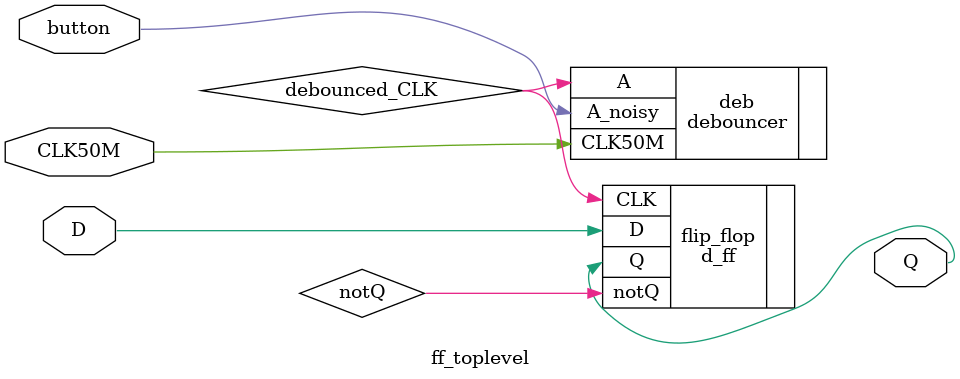
<source format=sv>

	module ff_toplevel (
		 input logic D, CLK50M, button,    
		 output logic Q         
	);

		 logic debounced_CLK;
		 logic notQ;
		 
		 debouncer deb (
			  .A_noisy(button),   
			  .CLK50M(CLK50M),
			  .A(debounced_CLK)
		 );

		 d_ff flip_flop (
			  .D(D),         
			  .CLK(debounced_CLK),
			  .Q(Q),             
			  .notQ(notQ) 
		 );

	endmodule

</source>
